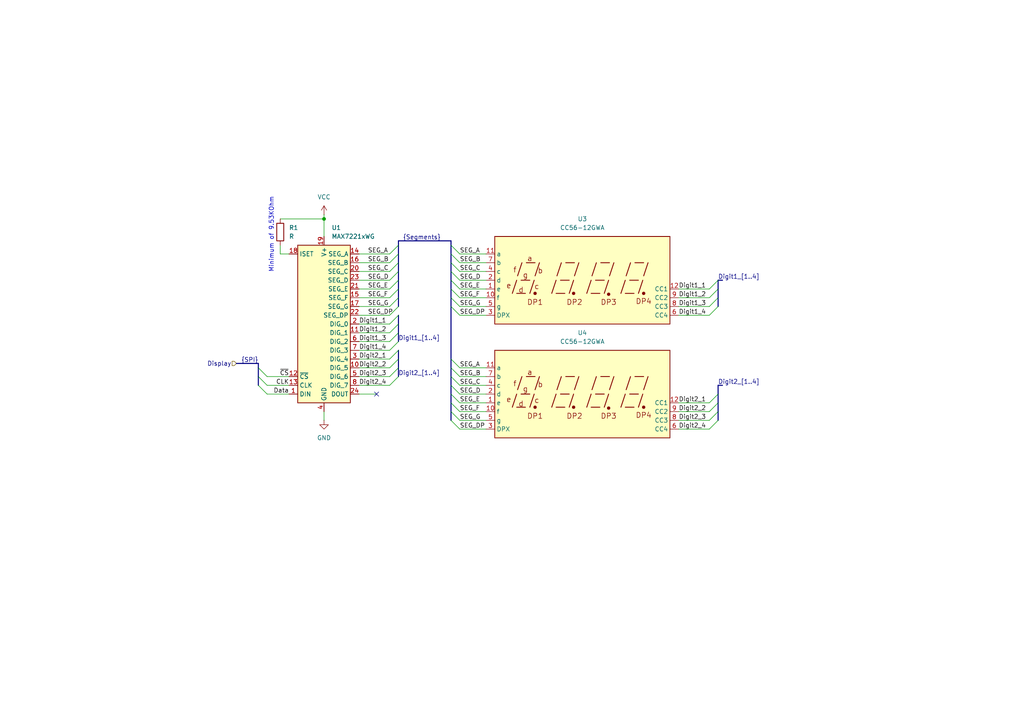
<source format=kicad_sch>
(kicad_sch (version 20231120) (generator "eeschema") (generator_version "8.0")
  (paper "A4")
  (lib_symbols
    (symbol "Device:R" (pin_numbers hide) (pin_names (offset 0))
      (property "Reference" "R" (at 2.032 0 90))
      (property "Value" "R" (at 0 0 90))
      (symbol "R_0_1"
        (rectangle (start -1.016 -2.54) (end 1.016 2.54) (stroke (width 0.254)))
      )
      (symbol "R_1_1"
        (pin passive line (at 0 3.81 270) (length 1.27) (name "~") (number "1"))
        (pin passive line (at 0 -3.81 90) (length 1.27) (name "~") (number "2"))
      )
    )
    (symbol "Display_Character:CC56-12GWA"
      (property "Reference" "U" (at -24.13 13.97 0))
      (property "Value" "CC56-12GWA" (at 19.05 13.97 0))
      (symbol "CC56-12GWA_0_0"
        (rectangle (start -25.4 12.7) (end 25.4 -12.7) (stroke (width 0.254)) (fill (type background)))
        (polyline (pts (xy -20.32 -3.81) (xy -19.05 0)) (stroke (width 0.254)))
        (polyline (pts (xy -19.05 -3.81) (xy -16.51 -3.81)) (stroke (width 0.254)))
        (polyline (pts (xy -18.796 1.27) (xy -17.526 5.08)) (stroke (width 0.254)))
        (polyline (pts (xy -17.78 0) (xy -15.24 0)) (stroke (width 0.254)))
        (polyline (pts (xy -16.256 5.08) (xy -13.716 5.08)) (stroke (width 0.254)))
        (polyline (pts (xy -15.24 -3.81) (xy -13.97 0)) (stroke (width 0.254)))
        (polyline (pts (xy -13.716 1.27) (xy -12.446 5.08)) (stroke (width 0.254)))
        (polyline (pts (xy -8.89 -3.81) (xy -7.62 0)) (stroke (width 0.254)))
        (polyline (pts (xy -7.62 -3.81) (xy -5.08 -3.81)) (stroke (width 0.254)))
        (polyline (pts (xy -7.366 1.27) (xy -6.096 5.08)) (stroke (width 0.254)))
        (polyline (pts (xy -6.35 0) (xy -3.81 0)) (stroke (width 0.254)))
        (polyline (pts (xy -4.826 5.08) (xy -2.286 5.08)) (stroke (width 0.254)))
        (polyline (pts (xy -3.81 -3.81) (xy -2.54 0)) (stroke (width 0.254)))
        (polyline (pts (xy -2.286 1.27) (xy -1.016 5.08)) (stroke (width 0.254)))
        (polyline (pts (xy 1.27 -3.81) (xy 2.54 0)) (stroke (width 0.254)))
        (polyline (pts (xy 2.54 -3.81) (xy 5.08 -3.81)) (stroke (width 0.254)))
        (polyline (pts (xy 2.794 1.27) (xy 4.064 5.08)) (stroke (width 0.254)))
        (polyline (pts (xy 3.81 0) (xy 6.35 0)) (stroke (width 0.254)))
        (polyline (pts (xy 5.334 5.08) (xy 7.874 5.08)) (stroke (width 0.254)))
        (polyline (pts (xy 6.35 -3.81) (xy 7.62 0)) (stroke (width 0.254)))
        (polyline (pts (xy 7.874 1.27) (xy 9.144 5.08)) (stroke (width 0.254)))
        (polyline (pts (xy 11.176 -3.81) (xy 12.446 0)) (stroke (width 0.254)))
        (polyline (pts (xy 12.446 -3.81) (xy 14.986 -3.81)) (stroke (width 0.254)))
        (polyline (pts (xy 12.7 1.27) (xy 13.97 5.08)) (stroke (width 0.254)))
        (polyline (pts (xy 13.716 0) (xy 16.256 0)) (stroke (width 0.254)))
        (polyline (pts (xy 15.24 5.08) (xy 17.78 5.08)) (stroke (width 0.254)))
        (polyline (pts (xy 16.256 -3.81) (xy 17.526 0)) (stroke (width 0.254)))
        (polyline (pts (xy 17.78 1.27) (xy 19.05 5.08)) (stroke (width 0.254)))
        (text "a" (at -15.24 6.35 0) (effects (font (size 1.524 1.524))))
        (text "b" (at -12.192 2.794 0) (effects (font (size 1.524 1.524))))
        (text "c" (at -13.208 -1.778 0) (effects (font (size 1.524 1.524))))
        (text "d" (at -17.78 -2.794 0) (effects (font (size 1.524 1.524))))
        (text "DP1" (at -13.716 -6.35 0) (effects (font (size 1.524 1.524))))
        (text "DP2" (at -2.286 -6.35 0) (effects (font (size 1.524 1.524))))
        (text "DP3" (at 7.62 -6.35 0) (effects (font (size 1.524 1.524))))
        (text "DP4" (at 17.78 -6.096 0) (effects (font (size 1.524 1.524))))
        (text "e" (at -21.336 -1.524 0) (effects (font (size 1.524 1.524))))
        (text "f" (at -19.558 3.048 0) (effects (font (size 1.524 1.524))))
        (text "g" (at -16.51 1.524 0) (effects (font (size 1.524 1.524))))
      )
      (symbol "CC56-12GWA_0_1"
        (circle (center -13.716 -3.81) (radius 0.3556) (stroke (width 0.254)) (fill (type outline)))
        (circle (center -2.54 -3.81) (radius 0.3556) (stroke (width 0.254)) (fill (type outline)))
      )
      (symbol "CC56-12GWA_1_0"
        (circle (center 7.62 -4.064) (radius 0.3556) (stroke (width 0.254)) (fill (type outline)))
        (circle (center 17.78 -3.81) (radius 0.3556) (stroke (width 0.254)) (fill (type outline)))
      )
      (symbol "CC56-12GWA_1_1"
        (pin input line (at -27.94 -2.54 0) (length 2.54) (name "e") (number "1"))
        (pin input line (at -27.94 -5.08 0) (length 2.54) (name "f") (number "10"))
        (pin input line (at -27.94 7.62 0) (length 2.54) (name "a") (number "11"))
        (pin input line (at 27.94 -2.54 180) (length 2.54) (name "CC1") (number "12"))
        (pin input line (at -27.94 0 0) (length 2.54) (name "d") (number "2"))
        (pin input line (at -27.94 -10.16 0) (length 2.54) (name "DPX") (number "3"))
        (pin input line (at -27.94 2.54 0) (length 2.54) (name "c") (number "4"))
        (pin input line (at -27.94 -7.62 0) (length 2.54) (name "g") (number "5"))
        (pin input line (at 27.94 -10.16 180) (length 2.54) (name "CC4") (number "6"))
        (pin input line (at -27.94 5.08 0) (length 2.54) (name "b") (number "7"))
        (pin input line (at 27.94 -7.62 180) (length 2.54) (name "CC3") (number "8"))
        (pin input line (at 27.94 -5.08 180) (length 2.54) (name "CC2") (number "9"))
      )
    )
    (symbol "Driver_LED:MAX7221xWG"
      (property "Reference" "U" (at -6.35 24.13 0))
      (property "Value" "MAX7221xWG" (at 1.27 25.4 0))
      (symbol "MAX7221xWG_0_1"
        (rectangle (start -7.62 22.86) (end 7.62 -22.86) (stroke (width 0.254)) (fill (type background)))
      )
      (symbol "MAX7221xWG_1_1"
        (pin input line (at -10.16 -20.32 0) (length 2.54) (name "DIN") (number "1"))
        (pin open_collector line (at 10.16 -12.7 180) (length 2.54) (name "DIG_5") (number "10"))
        (pin open_collector line (at 10.16 -2.54 180) (length 2.54) (name "DIG_1") (number "11"))
        (pin input line (at -10.16 -15.24 0) (length 2.54) (name "~{CS}") (number "12"))
        (pin input line (at -10.16 -17.78 0) (length 2.54) (name "CLK") (number "13"))
        (pin open_emitter line (at 10.16 20.32 180) (length 2.54) (name "SEG_A") (number "14"))
        (pin open_emitter line (at 10.16 7.62 180) (length 2.54) (name "SEG_F") (number "15"))
        (pin open_emitter line (at 10.16 17.78 180) (length 2.54) (name "SEG_B") (number "16"))
        (pin open_emitter line (at 10.16 5.08 180) (length 2.54) (name "SEG_G") (number "17"))
        (pin input line (at -10.16 20.32 0) (length 2.54) (name "ISET") (number "18"))
        (pin power_in line (at 0 25.4 270) (length 2.54) (name "V+") (number "19"))
        (pin open_collector line (at 10.16 0 180) (length 2.54) (name "DIG_0") (number "2"))
        (pin open_emitter line (at 10.16 15.24 180) (length 2.54) (name "SEG_C") (number "20"))
        (pin open_emitter line (at 10.16 10.16 180) (length 2.54) (name "SEG_E") (number "21"))
        (pin open_emitter line (at 10.16 2.54 180) (length 2.54) (name "SEG_DP") (number "22"))
        (pin open_emitter line (at 10.16 12.7 180) (length 2.54) (name "SEG_D") (number "23"))
        (pin output line (at 10.16 -20.32 180) (length 2.54) (name "DOUT") (number "24"))
        (pin open_collector line (at 10.16 -10.16 180) (length 2.54) (name "DIG_4") (number "3"))
        (pin power_in line (at 0 -25.4 90) (length 2.54) (name "GND") (number "4"))
        (pin open_collector line (at 10.16 -15.24 180) (length 2.54) (name "DIG_6") (number "5"))
        (pin open_collector line (at 10.16 -5.08 180) (length 2.54) (name "DIG_2") (number "6"))
        (pin open_collector line (at 10.16 -7.62 180) (length 2.54) (name "DIG_3") (number "7"))
        (pin open_collector line (at 10.16 -17.78 180) (length 2.54) (name "DIG_7") (number "8"))
        (pin passive line (at 0 -25.4 90) (length 2.54) hide (name "GND") (number "9"))
      )
    )
    (symbol "power:GND" (power) (pin_numbers hide) (pin_names (offset 0) hide)
      (property "Value" "GND" (at 0 -3.81 0))
      (symbol "GND_0_1"
        (polyline (pts (xy 0 0) (xy 0 -1.27) (xy 1.27 -1.27) (xy 0 -2.54) (xy -1.27 -1.27) (xy 0 -1.27)))
      )
      (symbol "GND_1_1"
        (pin power_in line (at 0 0 270) (length 0) (name "~") (number "1"))
      )
    )
    (symbol "power:VCC" (power) (pin_numbers hide) (pin_names (offset 0) hide)
      (property "Value" "VCC" (at 0 3.556 0))
      (symbol "VCC_0_1"
        (polyline (pts (xy -0.762 1.27) (xy 0 2.54)))
        (polyline (pts (xy 0 0) (xy 0 2.54)))
        (polyline (pts (xy 0 2.54) (xy 0.762 1.27)))
      )
      (symbol "VCC_1_1"
        (pin power_in line (at 0 0 90) (length 0) (name "~") (number "1"))
      )
    )
  )
  (junction (at 93.98 63.5))
  (no_connect (at 109.22 114.3))
  (bus_entry (at 74.93 106.68) (size 2.54 2.54))
  (bus_entry (at 113.03 109.22) (size 2.54 -2.54))
  (bus_entry (at 113.03 106.68) (size 2.54 -2.54))
  (bus_entry (at 115.57 81.28) (size -2.54 2.54))
  (bus_entry (at 130.81 88.9) (size 2.54 2.54))
  (bus_entry (at 113.03 101.6) (size 2.54 -2.54))
  (bus_entry (at 130.81 86.36) (size 2.54 2.54))
  (bus_entry (at 113.03 96.52) (size 2.54 -2.54))
  (bus_entry (at 115.57 71.12) (size -2.54 2.54))
  (bus_entry (at 205.74 86.36) (size 2.54 -2.54))
  (bus_entry (at 130.81 81.28) (size 2.54 2.54))
  (bus_entry (at 205.74 119.38) (size 2.54 -2.54))
  (bus_entry (at 130.81 114.3) (size 2.54 2.54))
  (bus_entry (at 130.81 111.76) (size 2.54 2.54))
  (bus_entry (at 113.03 99.06) (size 2.54 -2.54))
  (bus_entry (at 205.74 121.92) (size 2.54 -2.54))
  (bus_entry (at 115.57 83.82) (size -2.54 2.54))
  (bus_entry (at 130.81 109.22) (size 2.54 2.54))
  (bus_entry (at 74.93 111.76) (size 2.54 2.54))
  (bus_entry (at 130.81 83.82) (size 2.54 2.54))
  (bus_entry (at 130.81 104.14) (size 2.54 2.54))
  (bus_entry (at 205.74 116.84) (size 2.54 -2.54))
  (bus_entry (at 113.03 104.14) (size 2.54 -2.54))
  (bus_entry (at 130.81 76.2) (size 2.54 2.54))
  (bus_entry (at 115.57 86.36) (size -2.54 2.54))
  (bus_entry (at 130.81 106.68) (size 2.54 2.54))
  (bus_entry (at 115.57 88.9) (size -2.54 2.54))
  (bus_entry (at 74.93 109.22) (size 2.54 2.54))
  (bus_entry (at 113.03 111.76) (size 2.54 -2.54))
  (bus_entry (at 205.74 124.46) (size 2.54 -2.54))
  (bus_entry (at 205.74 83.82) (size 2.54 -2.54))
  (bus_entry (at 130.81 71.12) (size 2.54 2.54))
  (bus_entry (at 113.03 93.98) (size 2.54 -2.54))
  (bus_entry (at 130.81 116.84) (size 2.54 2.54))
  (bus_entry (at 205.74 91.44) (size 2.54 -2.54))
  (bus_entry (at 115.57 78.74) (size -2.54 2.54))
  (bus_entry (at 115.57 73.66) (size -2.54 2.54))
  (bus_entry (at 130.81 73.66) (size 2.54 2.54))
  (bus_entry (at 115.57 76.2) (size -2.54 2.54))
  (bus_entry (at 130.81 78.74) (size 2.54 2.54))
  (bus_entry (at 130.81 119.38) (size 2.54 2.54))
  (bus_entry (at 205.74 88.9) (size 2.54 -2.54))
  (bus_entry (at 130.81 121.92) (size 2.54 2.54))
  (bus (pts (xy 208.28 114.3) (xy 208.28 116.84)))
  (wire (pts (xy 133.35 121.92) (xy 140.97 121.92)))
  (wire (pts (xy 93.98 62.23) (xy 93.98 63.5)))
  (bus (pts (xy 115.57 104.14) (xy 115.57 106.68)))
  (bus (pts (xy 115.57 81.28) (xy 115.57 83.82)))
  (wire (pts (xy 196.85 91.44) (xy 205.74 91.44)))
  (wire (pts (xy 133.35 78.74) (xy 140.97 78.74)))
  (wire (pts (xy 133.35 109.22) (xy 140.97 109.22)))
  (wire (pts (xy 196.85 88.9) (xy 205.74 88.9)))
  (bus (pts (xy 68.58 105.41) (xy 74.93 105.41)))
  (bus (pts (xy 209.55 81.28) (xy 208.28 81.28)))
  (wire (pts (xy 133.35 91.44) (xy 140.97 91.44)))
  (bus (pts (xy 130.81 76.2) (xy 130.81 78.74)))
  (wire (pts (xy 133.35 124.46) (xy 140.97 124.46)))
  (wire (pts (xy 81.28 63.5) (xy 93.98 63.5)))
  (wire (pts (xy 196.85 121.92) (xy 205.74 121.92)))
  (wire (pts (xy 81.28 73.66) (xy 83.82 73.66)))
  (bus (pts (xy 130.81 114.3) (xy 130.81 116.84)))
  (bus (pts (xy 74.93 105.41) (xy 74.93 106.68)))
  (wire (pts (xy 133.35 86.36) (xy 140.97 86.36)))
  (wire (pts (xy 205.74 116.84) (xy 196.85 116.84)))
  (wire (pts (xy 104.14 106.68) (xy 113.03 106.68)))
  (bus (pts (xy 208.28 111.76) (xy 208.28 114.3)))
  (bus (pts (xy 130.81 109.22) (xy 130.81 111.76)))
  (bus (pts (xy 115.57 69.85) (xy 115.57 71.12)))
  (wire (pts (xy 104.14 109.22) (xy 113.03 109.22)))
  (bus (pts (xy 130.81 116.84) (xy 130.81 119.38)))
  (wire (pts (xy 93.98 63.5) (xy 93.98 68.58)))
  (bus (pts (xy 115.57 73.66) (xy 115.57 76.2)))
  (wire (pts (xy 133.35 83.82) (xy 140.97 83.82)))
  (bus (pts (xy 115.57 83.82) (xy 115.57 86.36)))
  (wire (pts (xy 133.35 88.9) (xy 140.97 88.9)))
  (bus (pts (xy 74.93 109.22) (xy 74.93 111.76)))
  (bus (pts (xy 115.57 86.36) (xy 115.57 88.9)))
  (wire (pts (xy 77.47 111.76) (xy 83.82 111.76)))
  (wire (pts (xy 104.14 104.14) (xy 113.03 104.14)))
  (wire (pts (xy 196.85 86.36) (xy 205.74 86.36)))
  (wire (pts (xy 104.14 111.76) (xy 113.03 111.76)))
  (bus (pts (xy 130.81 88.9) (xy 130.81 104.14)))
  (bus (pts (xy 115.57 69.85) (xy 130.81 69.85)))
  (wire (pts (xy 113.03 93.98) (xy 104.14 93.98)))
  (wire (pts (xy 133.35 119.38) (xy 140.97 119.38)))
  (bus (pts (xy 130.81 86.36) (xy 130.81 88.9)))
  (wire (pts (xy 104.14 86.36) (xy 113.03 86.36)))
  (bus (pts (xy 208.28 116.84) (xy 208.28 119.38)))
  (wire (pts (xy 104.14 114.3) (xy 109.22 114.3)))
  (wire (pts (xy 133.35 114.3) (xy 140.97 114.3)))
  (wire (pts (xy 196.85 119.38) (xy 205.74 119.38)))
  (bus (pts (xy 115.57 101.6) (xy 115.57 104.14)))
  (bus (pts (xy 208.28 86.36) (xy 208.28 88.9)))
  (bus (pts (xy 74.93 106.68) (xy 74.93 109.22)))
  (bus (pts (xy 209.55 111.76) (xy 208.28 111.76)))
  (wire (pts (xy 133.35 81.28) (xy 140.97 81.28)))
  (wire (pts (xy 133.35 76.2) (xy 140.97 76.2)))
  (bus (pts (xy 208.28 81.28) (xy 208.28 83.82)))
  (wire (pts (xy 133.35 73.66) (xy 140.97 73.66)))
  (bus (pts (xy 208.28 119.38) (xy 208.28 121.92)))
  (wire (pts (xy 104.14 91.44) (xy 113.03 91.44)))
  (bus (pts (xy 208.28 83.82) (xy 208.28 86.36)))
  (wire (pts (xy 133.35 111.76) (xy 140.97 111.76)))
  (bus (pts (xy 130.81 106.68) (xy 130.81 109.22)))
  (wire (pts (xy 205.74 83.82) (xy 196.85 83.82)))
  (wire (pts (xy 77.47 109.22) (xy 83.82 109.22)))
  (wire (pts (xy 104.14 88.9) (xy 113.03 88.9)))
  (bus (pts (xy 130.81 78.74) (xy 130.81 81.28)))
  (bus (pts (xy 130.81 71.12) (xy 130.81 73.66)))
  (bus (pts (xy 130.81 104.14) (xy 130.81 106.68)))
  (bus (pts (xy 115.57 96.52) (xy 115.57 99.06)))
  (bus (pts (xy 130.81 73.66) (xy 130.81 76.2)))
  (wire (pts (xy 77.47 114.3) (xy 83.82 114.3)))
  (wire (pts (xy 196.85 124.46) (xy 205.74 124.46)))
  (wire (pts (xy 104.14 83.82) (xy 113.03 83.82)))
  (wire (pts (xy 93.98 119.38) (xy 93.98 121.92)))
  (wire (pts (xy 104.14 73.66) (xy 113.03 73.66)))
  (wire (pts (xy 104.14 76.2) (xy 113.03 76.2)))
  (bus (pts (xy 115.57 78.74) (xy 115.57 81.28)))
  (bus (pts (xy 130.81 111.76) (xy 130.81 114.3)))
  (wire (pts (xy 104.14 99.06) (xy 113.03 99.06)))
  (bus (pts (xy 115.57 71.12) (xy 115.57 73.66)))
  (wire (pts (xy 104.14 81.28) (xy 113.03 81.28)))
  (bus (pts (xy 130.81 81.28) (xy 130.81 83.82)))
  (wire (pts (xy 104.14 101.6) (xy 113.03 101.6)))
  (bus (pts (xy 130.81 69.85) (xy 130.81 71.12)))
  (bus (pts (xy 115.57 76.2) (xy 115.57 78.74)))
  (wire (pts (xy 104.14 78.74) (xy 113.03 78.74)))
  (wire (pts (xy 104.14 96.52) (xy 113.03 96.52)))
  (wire (pts (xy 133.35 116.84) (xy 140.97 116.84)))
  (bus (pts (xy 115.57 106.68) (xy 115.57 109.22)))
  (bus (pts (xy 115.57 91.44) (xy 115.57 93.98)))
  (bus (pts (xy 130.81 119.38) (xy 130.81 121.92)))
  (bus (pts (xy 130.81 83.82) (xy 130.81 86.36)))
  (wire (pts (xy 133.35 106.68) (xy 140.97 106.68)))
  (bus (pts (xy 115.57 93.98) (xy 115.57 96.52)))
  (wire (pts (xy 81.28 71.12) (xy 81.28 73.66)))
  (text "Minimum of 9.53KOhm" (at 78.74 68.072 90) (effects (font (size 1.27 1.27))))
  (label "SEG_G" (at 133.35 88.9 0))
  (label "Digit2_4" (at 104.14 111.76 0))
  (label "Digit1_4" (at 104.14 101.6 0))
  (label "Digit2_2" (at 104.14 106.68 0))
  (label "SEG_F" (at 133.35 119.38 0))
  (label "SEG_DP" (at 106.68 91.44 0))
  (label "Digit1_1" (at 104.14 93.98 0))
  (label "SEG_D" (at 133.35 114.3 0))
  (label "SEG_E" (at 106.68 83.82 0))
  (label "Digit2_[1..4]" (at 115.57 109.22 0))
  (label "SEG_F" (at 133.35 86.36 0))
  (label "Digit1_3" (at 104.14 99.06 0))
  (label "Digit1_3" (at 196.85 88.9 0))
  (label "Digit1_4" (at 196.85 91.44 0))
  (label "SEG_A" (at 133.35 106.68 0))
  (label "Digit1_2" (at 196.85 86.36 0))
  (label "SEG_E" (at 133.35 116.84 0))
  (label "Digit2_3" (at 196.85 121.92 0))
  (label "SEG_A" (at 106.68 73.66 0))
  (label "Digit1_[1..4]" (at 208.28 81.28 0))
  (label "Digit1_1" (at 196.85 83.82 0))
  (label "Digit2_[1..4]" (at 208.28 111.76 0))
  (label "SEG_F" (at 106.68 86.36 0))
  (label "SEG_G" (at 106.68 88.9 0))
  (label "SEG_C" (at 106.68 78.74 0))
  (label "Digit1_[1..4]" (at 115.57 99.06 0))
  (label "~{CS}" (at 83.82 109.22 180))
  (label "Digit2_3" (at 104.14 109.22 0))
  (label "SEG_D" (at 106.68 81.28 0))
  (label "Digit2_1" (at 104.14 104.14 0))
  (label "SEG_G" (at 133.35 121.92 0))
  (label "{SPI}" (at 74.93 105.41 180))
  (label "Digit1_2" (at 104.14 96.52 0))
  (label "{Segments}" (at 116.84 69.85 0))
  (label "SEG_B" (at 133.35 76.2 0))
  (label "Digit2_4" (at 196.85 124.46 0))
  (label "SEG_B" (at 133.35 109.22 0))
  (label "SEG_DP" (at 133.35 124.46 0))
  (label "SEG_B" (at 106.68 76.2 0))
  (label "SEG_D" (at 133.35 81.28 0))
  (label "Data" (at 83.82 114.3 180))
  (label "SEG_A" (at 133.35 73.66 0))
  (label "SEG_E" (at 133.35 83.82 0))
  (label "SEG_DP" (at 133.35 91.44 0))
  (label "SEG_C" (at 133.35 78.74 0))
  (label "CLK" (at 83.82 111.76 180))
  (label "Digit2_1" (at 196.85 116.84 0))
  (label "SEG_C" (at 133.35 111.76 0))
  (label "Digit2_2" (at 196.85 119.38 0))
  (hierarchical_label "Display" (shape input) (at 68.58 105.41 180))
  (symbol (lib_id "Device:R") (at 81.28 67.31 180) (unit 1)
    (property "Reference" "R1" (at 83.82 66.0399 0) (effects (justify right)))
    (property "Value" "R" (at 83.82 68.5799 0) (effects (justify right)))
    (property "Description" "Resistor" (effects (hide yes)))
  )
  (symbol (lib_id "Driver_LED:MAX7221xWG") (at 93.98 93.98 0) (unit 1)
    (property "Reference" "U1" (at 96.1741 66.04 0) (effects (justify left)))
    (property "Value" "MAX7221xWG" (at 96.1741 68.58 0) (effects (justify left)))
    (property "Footprint" "Package_SO:SOIC-24W_7.5x15.4mm_P1.27mm" (effects (hide yes)))
    (property "Datasheet" "https://datasheets.maximintegrated.com/en/ds/MAX7219-MAX7221.pdf" (effects (hide yes)))
    (property "Description" "Serially Interfaced, 8-Digit LED Display Driver, SOIC-24W" (effects (hide yes)))
  )
  (symbol (lib_id "Display_Character:CC56-12GWA") (at 168.91 81.28 0) (unit 1)
    (property "Reference" "U3" (at 168.91 63.5 0))
    (property "Value" "CC56-12GWA" (at 168.91 66.04 0))
    (property "Footprint" "Display_7Segment:CC56-12GWA" (effects (hide yes)))
    (property "Datasheet" "http://www.kingbrightusa.com/images/catalog/SPEC/CC56-12GWA.pdf" (effects (hide yes)))
    (property "Description" "4 digit 7 segment green LED, common cathode" (effects (hide yes)))
  )
  (symbol (lib_id "power:GND") (at 93.98 121.92 0) (unit 1)
    (property "Reference" "#PWR02" (effects (hide yes)))
    (property "Value" "GND" (at 93.98 127 0))
    (property "Description" "Power symbol creates a global label with name \"GND\" , ground" (effects (hide yes)))
  )
  (symbol (lib_id "Display_Character:CC56-12GWA") (at 168.91 114.3 0) (unit 1)
    (property "Reference" "U4" (at 168.91 96.52 0))
    (property "Value" "CC56-12GWA" (at 168.91 99.06 0))
    (property "Footprint" "Display_7Segment:CC56-12GWA" (effects (hide yes)))
    (property "Datasheet" "http://www.kingbrightusa.com/images/catalog/SPEC/CC56-12GWA.pdf" (effects (hide yes)))
    (property "Description" "4 digit 7 segment green LED, common cathode" (effects (hide yes)))
  )
  (symbol (lib_id "power:VCC") (at 93.98 62.23 0) (unit 1)
    (property "Reference" "#PWR01" (effects (hide yes)))
    (property "Value" "VCC" (at 93.98 57.15 0))
    (property "Description" "Power symbol creates a global label with name \"VCC\"" (effects (hide yes)))
  )
)
</source>
